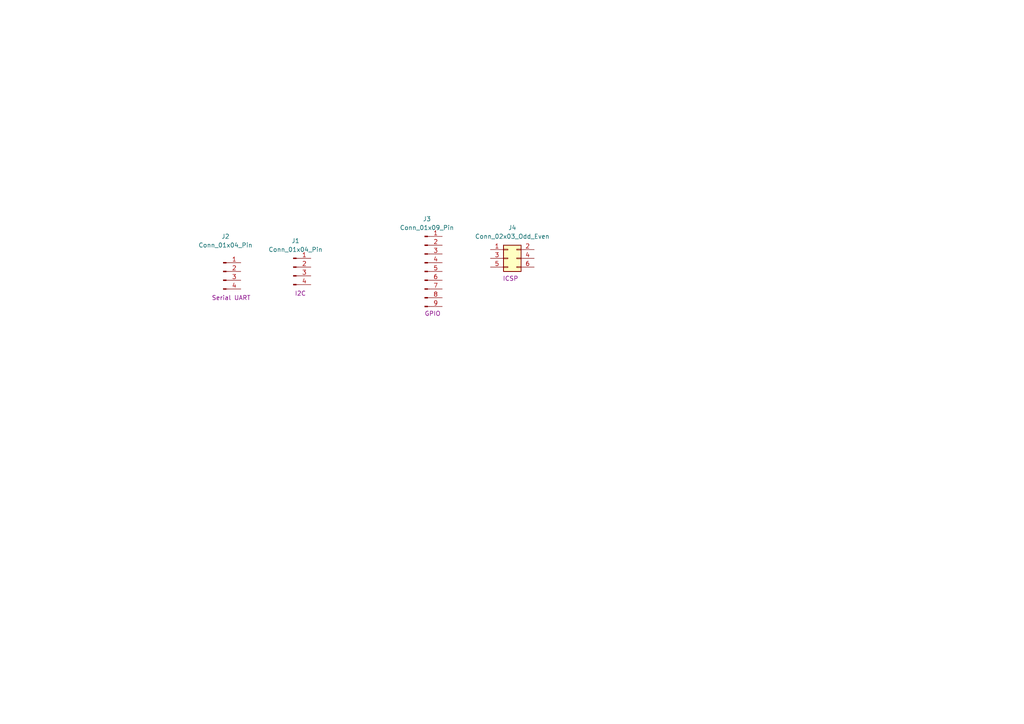
<source format=kicad_sch>
(kicad_sch (version 20231120) (generator "eeschema") (generator_version "8.0")
  (paper "A4")
  (lib_symbols
    (symbol "Connector:Conn_01x04_Pin" (pin_names (offset 1.016) hide)
      (property "Reference" "J" (at 0 5.08 0))
      (property "Value" "Conn_01x04_Pin" (at 0 -7.62 0))
      (symbol "Conn_01x04_Pin_1_1"
        (polyline (pts (xy 1.27 -5.08) (xy 0.8636 -5.08)) (stroke (width 0.1524)))
        (polyline (pts (xy 1.27 -2.54) (xy 0.8636 -2.54)) (stroke (width 0.1524)))
        (polyline (pts (xy 1.27 0) (xy 0.8636 0)) (stroke (width 0.1524)))
        (polyline (pts (xy 1.27 2.54) (xy 0.8636 2.54)) (stroke (width 0.1524)))
        (rectangle (start 0.8636 -4.953) (end 0 -5.207) (stroke (width 0.1524)) (fill (type outline)))
        (rectangle (start 0.8636 -2.413) (end 0 -2.667) (stroke (width 0.1524)) (fill (type outline)))
        (rectangle (start 0.8636 0.127) (end 0 -0.127) (stroke (width 0.1524)) (fill (type outline)))
        (rectangle (start 0.8636 2.667) (end 0 2.413) (stroke (width 0.1524)) (fill (type outline)))
        (pin passive line (at 5.08 2.54 180) (length 3.81) (name "Pin_1") (number "1"))
        (pin passive line (at 5.08 0 180) (length 3.81) (name "Pin_2") (number "2"))
        (pin passive line (at 5.08 -2.54 180) (length 3.81) (name "Pin_3") (number "3"))
        (pin passive line (at 5.08 -5.08 180) (length 3.81) (name "Pin_4") (number "4"))
      )
    )
    (symbol "Connector:Conn_01x09_Pin" (pin_names (offset 1.016) hide)
      (property "Reference" "J" (at 0 12.7 0))
      (property "Value" "Conn_01x09_Pin" (at 0 -12.7 0))
      (symbol "Conn_01x09_Pin_1_1"
        (polyline (pts (xy 1.27 -10.16) (xy 0.8636 -10.16)) (stroke (width 0.1524)))
        (polyline (pts (xy 1.27 -7.62) (xy 0.8636 -7.62)) (stroke (width 0.1524)))
        (polyline (pts (xy 1.27 -5.08) (xy 0.8636 -5.08)) (stroke (width 0.1524)))
        (polyline (pts (xy 1.27 -2.54) (xy 0.8636 -2.54)) (stroke (width 0.1524)))
        (polyline (pts (xy 1.27 0) (xy 0.8636 0)) (stroke (width 0.1524)))
        (polyline (pts (xy 1.27 2.54) (xy 0.8636 2.54)) (stroke (width 0.1524)))
        (polyline (pts (xy 1.27 5.08) (xy 0.8636 5.08)) (stroke (width 0.1524)))
        (polyline (pts (xy 1.27 7.62) (xy 0.8636 7.62)) (stroke (width 0.1524)))
        (polyline (pts (xy 1.27 10.16) (xy 0.8636 10.16)) (stroke (width 0.1524)))
        (rectangle (start 0.8636 -10.033) (end 0 -10.287) (stroke (width 0.1524)) (fill (type outline)))
        (rectangle (start 0.8636 -7.493) (end 0 -7.747) (stroke (width 0.1524)) (fill (type outline)))
        (rectangle (start 0.8636 -4.953) (end 0 -5.207) (stroke (width 0.1524)) (fill (type outline)))
        (rectangle (start 0.8636 -2.413) (end 0 -2.667) (stroke (width 0.1524)) (fill (type outline)))
        (rectangle (start 0.8636 0.127) (end 0 -0.127) (stroke (width 0.1524)) (fill (type outline)))
        (rectangle (start 0.8636 2.667) (end 0 2.413) (stroke (width 0.1524)) (fill (type outline)))
        (rectangle (start 0.8636 5.207) (end 0 4.953) (stroke (width 0.1524)) (fill (type outline)))
        (rectangle (start 0.8636 7.747) (end 0 7.493) (stroke (width 0.1524)) (fill (type outline)))
        (rectangle (start 0.8636 10.287) (end 0 10.033) (stroke (width 0.1524)) (fill (type outline)))
        (pin passive line (at 5.08 10.16 180) (length 3.81) (name "Pin_1") (number "1"))
        (pin passive line (at 5.08 7.62 180) (length 3.81) (name "Pin_2") (number "2"))
        (pin passive line (at 5.08 5.08 180) (length 3.81) (name "Pin_3") (number "3"))
        (pin passive line (at 5.08 2.54 180) (length 3.81) (name "Pin_4") (number "4"))
        (pin passive line (at 5.08 0 180) (length 3.81) (name "Pin_5") (number "5"))
        (pin passive line (at 5.08 -2.54 180) (length 3.81) (name "Pin_6") (number "6"))
        (pin passive line (at 5.08 -5.08 180) (length 3.81) (name "Pin_7") (number "7"))
        (pin passive line (at 5.08 -7.62 180) (length 3.81) (name "Pin_8") (number "8"))
        (pin passive line (at 5.08 -10.16 180) (length 3.81) (name "Pin_9") (number "9"))
      )
    )
    (symbol "Connector_Generic:Conn_02x03_Odd_Even" (pin_names (offset 1.016) hide)
      (property "Reference" "J" (at 1.27 5.08 0))
      (property "Value" "Conn_02x03_Odd_Even" (at 1.27 -5.08 0))
      (symbol "Conn_02x03_Odd_Even_1_1"
        (rectangle (start -1.27 -2.413) (end 0 -2.667) (stroke (width 0.1524)))
        (rectangle (start -1.27 0.127) (end 0 -0.127) (stroke (width 0.1524)))
        (rectangle (start -1.27 2.667) (end 0 2.413) (stroke (width 0.1524)))
        (rectangle (start -1.27 3.81) (end 3.81 -3.81) (stroke (width 0.254)) (fill (type background)))
        (rectangle (start 3.81 -2.413) (end 2.54 -2.667) (stroke (width 0.1524)))
        (rectangle (start 3.81 0.127) (end 2.54 -0.127) (stroke (width 0.1524)))
        (rectangle (start 3.81 2.667) (end 2.54 2.413) (stroke (width 0.1524)))
        (pin passive line (at -5.08 2.54 0) (length 3.81) (name "Pin_1") (number "1"))
        (pin passive line (at 7.62 2.54 180) (length 3.81) (name "Pin_2") (number "2"))
        (pin passive line (at -5.08 0 0) (length 3.81) (name "Pin_3") (number "3"))
        (pin passive line (at 7.62 0 180) (length 3.81) (name "Pin_4") (number "4"))
        (pin passive line (at -5.08 -2.54 0) (length 3.81) (name "Pin_5") (number "5"))
        (pin passive line (at 7.62 -2.54 180) (length 3.81) (name "Pin_6") (number "6"))
      )
    )
  )
  (symbol (lib_id "Connector:Conn_01x09_Pin") (at 123.19 78.74 0) (unit 1)
    (property "Reference" "J3" (at 123.825 63.5 0))
    (property "Value" "Conn_01x09_Pin" (at 123.825 66.04 0))
    (property "Description" "Generic connector, single row, 01x09, script generated" (effects (hide yes)))
    (property "Purpose" "GPIO" (at 125.476 90.932 0))
  )
  (symbol (lib_id "Connector_Generic:Conn_02x03_Odd_Even") (at 147.32 74.93 0) (unit 1)
    (property "Reference" "J4" (at 148.59 66.04 0))
    (property "Value" "Conn_02x03_Odd_Even" (at 148.59 68.58 0))
    (property "Description" "Generic connector, double row, 02x03, odd/even pin numbering scheme (row 1 odd numbers, row 2 even numbers), script generated (kicad-library-utils/schlib/autogen/connector/)" (effects (hide yes)))
    (property "Purpose" "ICSP" (at 148.082 80.772 0))
  )
  (symbol (lib_id "Connector:Conn_01x04_Pin") (at 85.09 77.47 0) (unit 1)
    (property "Reference" "J1" (at 85.725 69.85 0))
    (property "Value" "Conn_01x04_Pin" (at 85.725 72.39 0))
    (property "Description" "Generic connector, single row, 01x04, script generated" (effects (hide yes)))
    (property "Purpose" "I2C" (at 87.122 85.09 0))
  )
  (symbol (lib_id "Connector:Conn_01x04_Pin") (at 64.77 78.74 0) (unit 1)
    (property "Reference" "J2" (at 65.405 68.58 0))
    (property "Value" "Conn_01x04_Pin" (at 65.405 71.12 0))
    (property "Description" "Generic connector, single row, 01x04, script generated" (effects (hide yes)))
    (property "Purpose" "Serial UART" (at 67.056 86.36 0))
  )
)
</source>
